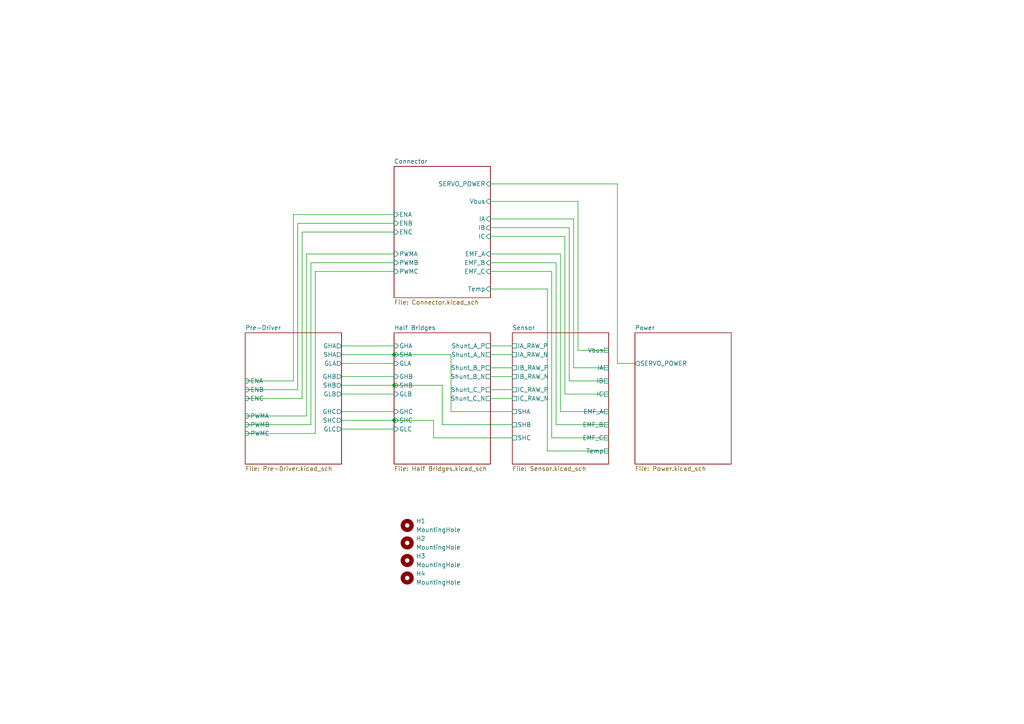
<source format=kicad_sch>
(kicad_sch (version 20211123) (generator eeschema)
  (paper "A4")
  (title_block (title "QueDriver") (rev "v1") (company "Santiego"))
  (lib_symbols
    (symbol "Mechanical:MountingHole" (pin_names (offset 1.016))
      (property "Reference" "H" (at 0 5.08 0))
      (property "Value" "MountingHole" (at 0 3.175 0))
      (symbol "MountingHole_0_1"
        (circle (center 0 0) (radius 1.27) (stroke (width 1.27)))
      )
    )
  )
  (junction (at 114.3 121.92))
  (junction (at 114.3 111.76))
  (junction (at 114.3 102.87))
  (wire (pts (xy 71.12 125.73) (xy 91.44 125.73)))
  (wire (pts (xy 88.9 120.65) (xy 71.12 120.65)))
  (wire (pts (xy 91.44 78.74) (xy 91.44 125.73)))
  (wire (pts (xy 114.3 73.66) (xy 88.9 73.66)))
  (wire (pts (xy 142.24 113.03) (xy 148.59 113.03)))
  (wire (pts (xy 142.24 53.34) (xy 179.07 53.34)))
  (wire (pts (xy 148.59 123.19) (xy 128.27 123.19)))
  (wire (pts (xy 99.06 105.41) (xy 114.3 105.41)))
  (wire (pts (xy 90.17 76.2) (xy 90.17 123.19)))
  (wire (pts (xy 142.24 66.04) (xy 165.1 66.04)))
  (wire (pts (xy 166.37 106.68) (xy 176.53 106.68)))
  (wire (pts (xy 114.3 64.77) (xy 86.36 64.77)))
  (wire (pts (xy 71.12 113.03) (xy 86.36 113.03)))
  (wire (pts (xy 99.06 102.87) (xy 114.3 102.87)))
  (wire (pts (xy 114.3 76.2) (xy 90.17 76.2)))
  (wire (pts (xy 99.06 121.92) (xy 114.3 121.92)))
  (wire (pts (xy 99.06 114.3) (xy 114.3 114.3)))
  (wire (pts (xy 71.12 115.57) (xy 87.63 115.57)))
  (wire (pts (xy 142.24 63.5) (xy 166.37 63.5)))
  (wire (pts (xy 114.3 62.23) (xy 85.09 62.23)))
  (wire (pts (xy 161.29 76.2) (xy 161.29 123.19)))
  (wire (pts (xy 158.75 130.81) (xy 176.53 130.81)))
  (wire (pts (xy 179.07 105.41) (xy 184.15 105.41)))
  (wire (pts (xy 179.07 53.34) (xy 179.07 105.41)))
  (wire (pts (xy 142.24 78.74) (xy 160.02 78.74)))
  (wire (pts (xy 142.24 115.57) (xy 148.59 115.57)))
  (wire (pts (xy 130.81 102.87) (xy 114.3 102.87)))
  (wire (pts (xy 142.24 102.87) (xy 148.59 102.87)))
  (wire (pts (xy 142.24 109.22) (xy 148.59 109.22)))
  (wire (pts (xy 142.24 68.58) (xy 163.83 68.58)))
  (wire (pts (xy 125.73 121.92) (xy 114.3 121.92)))
  (wire (pts (xy 114.3 78.74) (xy 91.44 78.74)))
  (wire (pts (xy 167.64 58.42) (xy 167.64 101.6)))
  (wire (pts (xy 142.24 83.82) (xy 158.75 83.82)))
  (wire (pts (xy 99.06 111.76) (xy 114.3 111.76)))
  (wire (pts (xy 87.63 67.31) (xy 87.63 115.57)))
  (wire (pts (xy 148.59 119.38) (xy 130.81 119.38)))
  (wire (pts (xy 162.56 119.38) (xy 176.53 119.38)))
  (wire (pts (xy 128.27 123.19) (xy 128.27 111.76)))
  (wire (pts (xy 161.29 123.19) (xy 176.53 123.19)))
  (wire (pts (xy 142.24 76.2) (xy 161.29 76.2)))
  (wire (pts (xy 88.9 73.66) (xy 88.9 120.65)))
  (wire (pts (xy 162.56 73.66) (xy 162.56 119.38)))
  (wire (pts (xy 99.06 100.33) (xy 114.3 100.33)))
  (wire (pts (xy 163.83 68.58) (xy 163.83 114.3)))
  (wire (pts (xy 85.09 62.23) (xy 85.09 110.49)))
  (wire (pts (xy 165.1 66.04) (xy 165.1 110.49)))
  (wire (pts (xy 142.24 100.33) (xy 148.59 100.33)))
  (wire (pts (xy 114.3 111.76) (xy 128.27 111.76)))
  (wire (pts (xy 148.59 127) (xy 125.73 127)))
  (wire (pts (xy 71.12 123.19) (xy 90.17 123.19)))
  (wire (pts (xy 130.81 119.38) (xy 130.81 102.87)))
  (wire (pts (xy 125.73 127) (xy 125.73 121.92)))
  (wire (pts (xy 142.24 73.66) (xy 162.56 73.66)))
  (wire (pts (xy 160.02 78.74) (xy 160.02 127)))
  (wire (pts (xy 99.06 124.46) (xy 114.3 124.46)))
  (wire (pts (xy 165.1 110.49) (xy 176.53 110.49)))
  (wire (pts (xy 163.83 114.3) (xy 176.53 114.3)))
  (wire (pts (xy 86.36 64.77) (xy 86.36 113.03)))
  (wire (pts (xy 167.64 101.6) (xy 176.53 101.6)))
  (wire (pts (xy 85.09 110.49) (xy 71.12 110.49)))
  (wire (pts (xy 142.24 58.42) (xy 167.64 58.42)))
  (wire (pts (xy 142.24 106.68) (xy 148.59 106.68)))
  (wire (pts (xy 99.06 119.38) (xy 114.3 119.38)))
  (wire (pts (xy 166.37 63.5) (xy 166.37 106.68)))
  (wire (pts (xy 99.06 109.22) (xy 114.3 109.22)))
  (wire (pts (xy 160.02 127) (xy 176.53 127)))
  (wire (pts (xy 158.75 83.82) (xy 158.75 130.81)))
  (wire (pts (xy 114.3 67.31) (xy 87.63 67.31)))
  (symbol (lib_id "Mechanical:MountingHole") (at 118.11 157.48 0) (unit 1) (in_bom no)
    (property "Reference" "H2" (at 120.65 156.2099 0) (effects (justify left)))
    (property "Value" "MountingHole" (at 120.65 158.7499 0) (effects (justify left)))
    (property "Footprint" "My_hole:M3_hole" (effects hide))
  )
  (symbol (lib_id "Mechanical:MountingHole") (at 118.11 167.64 0) (unit 1) (in_bom no)
    (property "Reference" "H4" (at 120.65 166.3699 0) (effects (justify left)))
    (property "Value" "MountingHole" (at 120.65 168.9099 0) (effects (justify left)))
    (property "Footprint" "My_hole:M3_hole" (effects hide))
  )
  (symbol (lib_id "Mechanical:MountingHole") (at 118.11 152.4 0) (unit 1) (in_bom no)
    (property "Reference" "H1" (at 120.65 151.1299 0) (effects (justify left)))
    (property "Value" "MountingHole" (at 120.65 153.6699 0) (effects (justify left)))
    (property "Footprint" "My_hole:M3_hole" (effects hide))
  )
  (symbol (lib_id "Mechanical:MountingHole") (at 118.11 162.56 0) (unit 1) (in_bom no)
    (property "Reference" "H3" (at 120.65 161.2899 0) (effects (justify left)))
    (property "Value" "MountingHole" (at 120.65 163.8299 0) (effects (justify left)))
    (property "Footprint" "My_hole:M3_hole" (effects hide))
  )
  (sheet (at 114.3 96.52) (size 27.94 38.1) (stroke (width 0.1524))
    (property "Sheet name" "Half Bridges" (at 114.3 95.8084 0) (effects (justify left bottom)))
    (property "Sheet file" "Half Bridges.kicad_sch" (at 114.3 135.2046 0) (effects (justify left top)))
    (pin "SHA" input (at 114.3 102.87 180))
    (pin "GHC" input (at 114.3 119.38 180))
    (pin "SHC" input (at 114.3 121.92 180))
    (pin "GHA" input (at 114.3 100.33 180))
    (pin "GLA" input (at 114.3 105.41 180))
    (pin "GHB" input (at 114.3 109.22 180))
    (pin "GLB" input (at 114.3 114.3 180))
    (pin "GLC" input (at 114.3 124.46 180))
    (pin "SHB" input (at 114.3 111.76 180))
    (pin "Shunt_A_P" passive (at 142.24 100.33 0))
    (pin "Shunt_A_N" passive (at 142.24 102.87 0))
    (pin "Shunt_B_P" passive (at 142.24 106.68 0))
    (pin "Shunt_B_N" passive (at 142.24 109.22 0))
    (pin "Shunt_C_P" passive (at 142.24 113.03 0))
    (pin "Shunt_C_N" passive (at 142.24 115.57 0))
  )
  (sheet (at 148.59 96.52) (size 27.94 38.1) (stroke (width 0.1524))
    (property "Sheet name" "Sensor" (at 148.59 95.8084 0) (effects (justify left bottom)))
    (property "Sheet file" "Sensor.kicad_sch" (at 148.59 135.2046 0) (effects (justify left top)))
    (pin "SHB" passive (at 148.59 123.19 180))
    (pin "EMF_B" passive (at 176.53 123.19 0))
    (pin "IC" passive (at 176.53 114.3 0))
    (pin "Temp" passive (at 176.53 130.81 0))
    (pin "Vbus" passive (at 176.53 101.6 0))
    (pin "SHA" passive (at 148.59 119.38 180))
    (pin "EMF_A" passive (at 176.53 119.38 0))
    (pin "IA" passive (at 176.53 106.68 0))
    (pin "IB" passive (at 176.53 110.49 0))
    (pin "EMF_C" passive (at 176.53 127 0))
    (pin "SHC" passive (at 148.59 127 180))
    (pin "IA_RAW_P" passive (at 148.59 100.33 180))
    (pin "IA_RAW_N" passive (at 148.59 102.87 180))
    (pin "IB_RAW_N" passive (at 148.59 109.22 180))
    (pin "IB_RAW_P" passive (at 148.59 106.68 180))
    (pin "IC_RAW_P" passive (at 148.59 113.03 180))
    (pin "IC_RAW_N" passive (at 148.59 115.57 180))
  )
  (sheet (at 114.3 48.26) (size 27.94 38.1) (stroke (width 0.1524))
    (property "Sheet name" "Connector" (at 114.3 47.5484 0) (effects (justify left bottom)))
    (property "Sheet file" "Connector.kicad_sch" (at 114.3 86.9446 0) (effects (justify left top)))
    (pin "ENA" input (at 114.3 62.23 180))
    (pin "PWMC" input (at 114.3 78.74 180))
    (pin "ENC" input (at 114.3 67.31 180))
    (pin "ENB" input (at 114.3 64.77 180))
    (pin "PWMB" input (at 114.3 76.2 180))
    (pin "PWMA" input (at 114.3 73.66 180))
    (pin "Temp" input (at 142.24 83.82 0))
    (pin "EMF_B" input (at 142.24 76.2 0))
    (pin "Vbus" input (at 142.24 58.42 0))
    (pin "EMF_C" input (at 142.24 78.74 0))
    (pin "EMF_A" input (at 142.24 73.66 0))
    (pin "IB" input (at 142.24 66.04 0))
    (pin "IC" input (at 142.24 68.58 0))
    (pin "IA" input (at 142.24 63.5 0))
    (pin "SERVO_POWER" input (at 142.24 53.34 0))
  )
  (sheet (at 184.15 96.52) (size 27.94 38.1) (stroke (width 0.1524))
    (property "Sheet name" "Power" (at 184.15 95.8084 0) (effects (justify left bottom)))
    (property "Sheet file" "Power.kicad_sch" (at 184.15 135.2046 0) (effects (justify left top)))
    (pin "SERVO_POWER" output (at 184.15 105.41 180))
  )
  (sheet (at 71.12 96.52) (size 27.94 38.1) (stroke (width 0.1524))
    (property "Sheet name" "Pre-Driver" (at 71.12 95.8084 0) (effects (justify left bottom)))
    (property "Sheet file" "Pre-Driver.kicad_sch" (at 71.12 135.2046 0) (effects (justify left top)))
    (pin "SHA" output (at 99.06 102.87 0))
    (pin "GLA" output (at 99.06 105.41 0))
    (pin "GHA" output (at 99.06 100.33 0))
    (pin "SHB" output (at 99.06 111.76 0))
    (pin "SHC" output (at 99.06 121.92 0))
    (pin "GHB" output (at 99.06 109.22 0))
    (pin "GLB" output (at 99.06 114.3 0))
    (pin "ENA" input (at 71.12 110.49 180))
    (pin "ENB" input (at 71.12 113.03 180))
    (pin "PWMA" input (at 71.12 120.65 180))
    (pin "PWMB" input (at 71.12 123.19 180))
    (pin "ENC" input (at 71.12 115.57 180))
    (pin "PWMC" input (at 71.12 125.73 180))
    (pin "GLC" output (at 99.06 124.46 0))
    (pin "GHC" output (at 99.06 119.38 0))
  )
)
</source>
